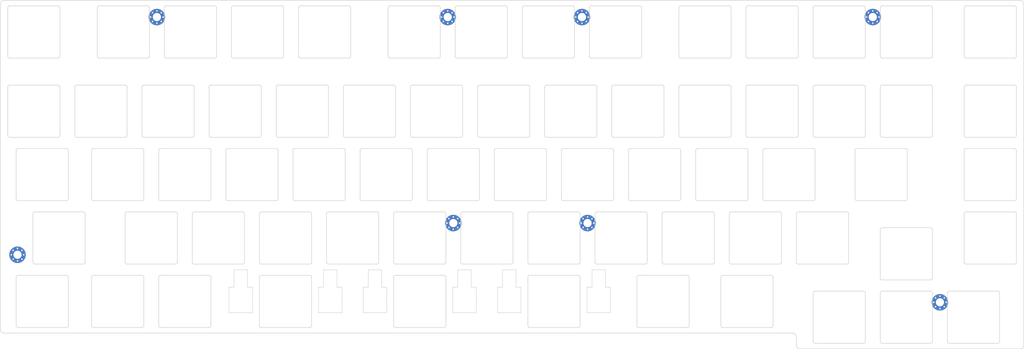
<source format=kicad_pcb>

            
(kicad_pcb (version 20171130) (host pcbnew 5.1.6)

  (page A3)
  (title_block
    (title switchplate)
    (rev v1.0.0)
    (company Unknown)
  )

  (general
    (thickness 1.6)
  )

  (layers
    (0 F.Cu signal)
    (31 B.Cu signal)
    (32 B.Adhes user)
    (33 F.Adhes user)
    (34 B.Paste user)
    (35 F.Paste user)
    (36 B.SilkS user)
    (37 F.SilkS user)
    (38 B.Mask user)
    (39 F.Mask user)
    (40 Dwgs.User user)
    (41 Cmts.User user)
    (42 Eco1.User user)
    (43 Eco2.User user)
    (44 Edge.Cuts user)
    (45 Margin user)
    (46 B.CrtYd user)
    (47 F.CrtYd user)
    (48 B.Fab user)
    (49 F.Fab user)
  )

  (setup
    (last_trace_width 0.25)
    (trace_clearance 0.2)
    (zone_clearance 0.508)
    (zone_45_only no)
    (trace_min 0.2)
    (via_size 0.8)
    (via_drill 0.4)
    (via_min_size 0.4)
    (via_min_drill 0.3)
    (uvia_size 0.3)
    (uvia_drill 0.1)
    (uvias_allowed no)
    (uvia_min_size 0.2)
    (uvia_min_drill 0.1)
    (edge_width 0.05)
    (segment_width 0.2)
    (pcb_text_width 0.3)
    (pcb_text_size 1.5 1.5)
    (mod_edge_width 0.12)
    (mod_text_size 1 1)
    (mod_text_width 0.15)
    (pad_size 1.524 1.524)
    (pad_drill 0.762)
    (pad_to_mask_clearance 0.05)
    (aux_axis_origin 0 0)
    (visible_elements FFFFFF7F)
    (pcbplotparams
      (layerselection 0x010fc_ffffffff)
      (usegerberextensions false)
      (usegerberattributes true)
      (usegerberadvancedattributes true)
      (creategerberjobfile true)
      (excludeedgelayer true)
      (linewidth 0.100000)
      (plotframeref false)
      (viasonmask false)
      (mode 1)
      (useauxorigin false)
      (hpglpennumber 1)
      (hpglpenspeed 20)
      (hpglpendiameter 15.000000)
      (psnegative false)
      (psa4output false)
      (plotreference true)
      (plotvalue true)
      (plotinvisibletext false)
      (padsonsilk false)
      (subtractmaskfromsilk false)
      (outputformat 1)
      (mirror false)
      (drillshape 1)
      (scaleselection 1)
      (outputdirectory ""))
  )

            (net 0 "")
            
  (net_class Default "This is the default net class."
    (clearance 0.2)
    (trace_width 0.25)
    (via_dia 0.8)
    (via_drill 0.4)
    (uvia_dia 0.3)
    (uvia_drill 0.1)
    (add_net "")
  )

            
        (module Choc-2u-cutout (layer F.Cu) (tedit 605ABF13)
          
        (at 142.5 172.25 720)
        (fp_line (start 10.2 -8.45) (end 13.8 -8.45) (layer Edge.Cuts) (width 0.12))
        (fp_line (start 13.8 -8.45) (end 13.8 -3.8) (layer Edge.Cuts) (width 0.12))
        (fp_line (start 10.2 -8.45) (end 10.2 -3.8) (layer Edge.Cuts) (width 0.12))
        (fp_line (start 13.8 -3.8) (end 15.15 -3.8) (layer Edge.Cuts) (width 0.12))
        (fp_line (start 8.85 -3.8) (end 10.2 -3.8) (layer Edge.Cuts) (width 0.12))
        (fp_line (start 8.85 3.05) (end 8.85 -3.8) (layer Edge.Cuts) (width 0.12))
        (fp_line (start 15.15 3.05) (end 15.15 -3.8) (layer Edge.Cuts) (width 0.12))
        (fp_line (start 8.85 3.05) (end 15.15 3.05) (layer Edge.Cuts) (width 0.12))
        (fp_line (start -13.8 -8.45) (end -10.2 -8.45) (layer Edge.Cuts) (width 0.12))
        (fp_line (start -10.2 -8.45) (end -10.2 -3.8) (layer Edge.Cuts) (width 0.12))
        (fp_line (start -13.8 -8.45) (end -13.8 -3.8) (layer Edge.Cuts) (width 0.12))
        (fp_line (start -10.2 -3.8) (end -8.85 -3.8) (layer Edge.Cuts) (width 0.12))
        (fp_line (start -15.15 -3.8) (end -13.8 -3.8) (layer Edge.Cuts) (width 0.12))
        (fp_line (start -15.15 3.05) (end -15.15 -3.8) (layer Edge.Cuts) (width 0.12))
        (fp_line (start -8.85 3.05) (end -8.85 -3.8) (layer Edge.Cuts) (width 0.12))
        (fp_line (start -15.15 3.05) (end -8.85 3.05) (layer Edge.Cuts) (width 0.12))
      )
    

        (module Choc-2u-cutout (layer F.Cu) (tedit 605ABF13)
          
        (at 178.5 172.25 720)
        (fp_line (start 10.2 -8.45) (end 13.8 -8.45) (layer Edge.Cuts) (width 0.12))
        (fp_line (start 13.8 -8.45) (end 13.8 -3.8) (layer Edge.Cuts) (width 0.12))
        (fp_line (start 10.2 -8.45) (end 10.2 -3.8) (layer Edge.Cuts) (width 0.12))
        (fp_line (start 13.8 -3.8) (end 15.15 -3.8) (layer Edge.Cuts) (width 0.12))
        (fp_line (start 8.85 -3.8) (end 10.2 -3.8) (layer Edge.Cuts) (width 0.12))
        (fp_line (start 8.85 3.05) (end 8.85 -3.8) (layer Edge.Cuts) (width 0.12))
        (fp_line (start 15.15 3.05) (end 15.15 -3.8) (layer Edge.Cuts) (width 0.12))
        (fp_line (start 8.85 3.05) (end 15.15 3.05) (layer Edge.Cuts) (width 0.12))
        (fp_line (start -13.8 -8.45) (end -10.2 -8.45) (layer Edge.Cuts) (width 0.12))
        (fp_line (start -10.2 -8.45) (end -10.2 -3.8) (layer Edge.Cuts) (width 0.12))
        (fp_line (start -13.8 -8.45) (end -13.8 -3.8) (layer Edge.Cuts) (width 0.12))
        (fp_line (start -10.2 -3.8) (end -8.85 -3.8) (layer Edge.Cuts) (width 0.12))
        (fp_line (start -15.15 -3.8) (end -13.8 -3.8) (layer Edge.Cuts) (width 0.12))
        (fp_line (start -15.15 3.05) (end -15.15 -3.8) (layer Edge.Cuts) (width 0.12))
        (fp_line (start -8.85 3.05) (end -8.85 -3.8) (layer Edge.Cuts) (width 0.12))
        (fp_line (start -15.15 3.05) (end -8.85 3.05) (layer Edge.Cuts) (width 0.12))
      )
    

        (module Choc-2u-cutout (layer F.Cu) (tedit 605ABF13)
          
        (at 214.5 172.25 720)
        (fp_line (start 10.2 -8.45) (end 13.8 -8.45) (layer Edge.Cuts) (width 0.12))
        (fp_line (start 13.8 -8.45) (end 13.8 -3.8) (layer Edge.Cuts) (width 0.12))
        (fp_line (start 10.2 -8.45) (end 10.2 -3.8) (layer Edge.Cuts) (width 0.12))
        (fp_line (start 13.8 -3.8) (end 15.15 -3.8) (layer Edge.Cuts) (width 0.12))
        (fp_line (start 8.85 -3.8) (end 10.2 -3.8) (layer Edge.Cuts) (width 0.12))
        (fp_line (start 8.85 3.05) (end 8.85 -3.8) (layer Edge.Cuts) (width 0.12))
        (fp_line (start 15.15 3.05) (end 15.15 -3.8) (layer Edge.Cuts) (width 0.12))
        (fp_line (start 8.85 3.05) (end 15.15 3.05) (layer Edge.Cuts) (width 0.12))
        (fp_line (start -13.8 -8.45) (end -10.2 -8.45) (layer Edge.Cuts) (width 0.12))
        (fp_line (start -10.2 -8.45) (end -10.2 -3.8) (layer Edge.Cuts) (width 0.12))
        (fp_line (start -13.8 -8.45) (end -13.8 -3.8) (layer Edge.Cuts) (width 0.12))
        (fp_line (start -10.2 -3.8) (end -8.85 -3.8) (layer Edge.Cuts) (width 0.12))
        (fp_line (start -15.15 -3.8) (end -13.8 -3.8) (layer Edge.Cuts) (width 0.12))
        (fp_line (start -15.15 3.05) (end -15.15 -3.8) (layer Edge.Cuts) (width 0.12))
        (fp_line (start -8.85 3.05) (end -8.85 -3.8) (layer Edge.Cuts) (width 0.12))
        (fp_line (start -15.15 3.05) (end -8.85 3.05) (layer Edge.Cuts) (width 0.12))
      )
    

    (module "MountingHole_2.2mm_M2_Pad_Via" (version 20210722) (generator pcbnew) (layer "F.Cu")
      (tedit 56DDB9C7)
      (at 108 96 630) 
    
      (fp_text reference "_1" (at 0 -3.2) (layer "F.SilkS") hide 
        (effects (font (size 1 1) (thickness 0.15)))
        (tstamp b68bb25c-687d-44b1-b966-dad4cac66b35)
      )
    
      (fp_circle (center 0 0) (end 2.45 0) (layer "F.CrtYd") (width 0.05) (fill none) (tstamp b2688462-c375-45d3-9095-3425fb17c88f))
      (pad "1" thru_hole circle locked (at 1.166726 1.166726) (size 0.7 0.7) (drill 0.4) (layers *.Cu *.Mask) (tstamp 2a7fc905-328f-4bbb-9222-ca8d15d03a86))
      (pad "1" thru_hole circle locked (at 0 0) (size 4.4 4.4) (drill 2.2) (layers *.Cu *.Mask) (tstamp 47ee1d53-0551-4b6d-bc24-3f3f14c73c36))
      (pad "1" thru_hole circle locked (at 0 1.65) (size 0.7 0.7) (drill 0.4) (layers *.Cu *.Mask) (tstamp 4eef65bc-4add-40d7-8319-14dcdbae0d44))
      (pad "1" thru_hole circle locked (at 1.166726 -1.166726) (size 0.7 0.7) (drill 0.4) (layers *.Cu *.Mask) (tstamp 56155f4d-2ebc-4ad4-8d82-7aa7846deba8))
      (pad "1" thru_hole circle locked (at -1.65 0) (size 0.7 0.7) (drill 0.4) (layers *.Cu *.Mask) (tstamp 787d6162-1d3c-4def-859e-6532ce27c1ef))
      (pad "1" thru_hole circle locked (at -1.166726 -1.166726) (size 0.7 0.7) (drill 0.4) (layers *.Cu *.Mask) (tstamp 8d699d12-7099-4814-bbe6-11bc74c6e8b2))
      (pad "1" thru_hole circle locked (at -1.166726 1.166726) (size 0.7 0.7) (drill 0.4) (layers *.Cu *.Mask) (tstamp 95ab0420-a56b-46ee-98ad-5072a1a93a6f))
      (pad "1" thru_hole circle locked (at 1.65 0) (size 0.7 0.7) (drill 0.4) (layers *.Cu *.Mask) (tstamp cde0acf2-b3b4-46de-9f6e-3ab519744000))
      (pad "1" thru_hole circle locked (at 0 -1.65) (size 0.7 0.7) (drill 0.4) (layers *.Cu *.Mask) (tstamp ff0de415-ae11-46fb-b780-c24aee621212))
    )

    (module "MountingHole_2.2mm_M2_Pad_Via" (version 20210722) (generator pcbnew) (layer "F.Cu")
      (tedit 56DDB9C7)
      (at 186 96 630) 
    
      (fp_text reference "_2" (at 0 -3.2) (layer "F.SilkS") hide 
        (effects (font (size 1 1) (thickness 0.15)))
        (tstamp b68bb25c-687d-44b1-b966-dad4cac66b35)
      )
    
      (fp_circle (center 0 0) (end 2.45 0) (layer "F.CrtYd") (width 0.05) (fill none) (tstamp b2688462-c375-45d3-9095-3425fb17c88f))
      (pad "1" thru_hole circle locked (at 1.166726 1.166726) (size 0.7 0.7) (drill 0.4) (layers *.Cu *.Mask) (tstamp 2a7fc905-328f-4bbb-9222-ca8d15d03a86))
      (pad "1" thru_hole circle locked (at 0 0) (size 4.4 4.4) (drill 2.2) (layers *.Cu *.Mask) (tstamp 47ee1d53-0551-4b6d-bc24-3f3f14c73c36))
      (pad "1" thru_hole circle locked (at 0 1.65) (size 0.7 0.7) (drill 0.4) (layers *.Cu *.Mask) (tstamp 4eef65bc-4add-40d7-8319-14dcdbae0d44))
      (pad "1" thru_hole circle locked (at 1.166726 -1.166726) (size 0.7 0.7) (drill 0.4) (layers *.Cu *.Mask) (tstamp 56155f4d-2ebc-4ad4-8d82-7aa7846deba8))
      (pad "1" thru_hole circle locked (at -1.65 0) (size 0.7 0.7) (drill 0.4) (layers *.Cu *.Mask) (tstamp 787d6162-1d3c-4def-859e-6532ce27c1ef))
      (pad "1" thru_hole circle locked (at -1.166726 -1.166726) (size 0.7 0.7) (drill 0.4) (layers *.Cu *.Mask) (tstamp 8d699d12-7099-4814-bbe6-11bc74c6e8b2))
      (pad "1" thru_hole circle locked (at -1.166726 1.166726) (size 0.7 0.7) (drill 0.4) (layers *.Cu *.Mask) (tstamp 95ab0420-a56b-46ee-98ad-5072a1a93a6f))
      (pad "1" thru_hole circle locked (at 1.65 0) (size 0.7 0.7) (drill 0.4) (layers *.Cu *.Mask) (tstamp cde0acf2-b3b4-46de-9f6e-3ab519744000))
      (pad "1" thru_hole circle locked (at 0 -1.65) (size 0.7 0.7) (drill 0.4) (layers *.Cu *.Mask) (tstamp ff0de415-ae11-46fb-b780-c24aee621212))
    )

    (module "MountingHole_2.2mm_M2_Pad_Via" (version 20210722) (generator pcbnew) (layer "F.Cu")
      (tedit 56DDB9C7)
      (at 222 96 630) 
    
      (fp_text reference "_3" (at 0 -3.2) (layer "F.SilkS") hide 
        (effects (font (size 1 1) (thickness 0.15)))
        (tstamp b68bb25c-687d-44b1-b966-dad4cac66b35)
      )
    
      (fp_circle (center 0 0) (end 2.45 0) (layer "F.CrtYd") (width 0.05) (fill none) (tstamp b2688462-c375-45d3-9095-3425fb17c88f))
      (pad "1" thru_hole circle locked (at 1.166726 1.166726) (size 0.7 0.7) (drill 0.4) (layers *.Cu *.Mask) (tstamp 2a7fc905-328f-4bbb-9222-ca8d15d03a86))
      (pad "1" thru_hole circle locked (at 0 0) (size 4.4 4.4) (drill 2.2) (layers *.Cu *.Mask) (tstamp 47ee1d53-0551-4b6d-bc24-3f3f14c73c36))
      (pad "1" thru_hole circle locked (at 0 1.65) (size 0.7 0.7) (drill 0.4) (layers *.Cu *.Mask) (tstamp 4eef65bc-4add-40d7-8319-14dcdbae0d44))
      (pad "1" thru_hole circle locked (at 1.166726 -1.166726) (size 0.7 0.7) (drill 0.4) (layers *.Cu *.Mask) (tstamp 56155f4d-2ebc-4ad4-8d82-7aa7846deba8))
      (pad "1" thru_hole circle locked (at -1.65 0) (size 0.7 0.7) (drill 0.4) (layers *.Cu *.Mask) (tstamp 787d6162-1d3c-4def-859e-6532ce27c1ef))
      (pad "1" thru_hole circle locked (at -1.166726 -1.166726) (size 0.7 0.7) (drill 0.4) (layers *.Cu *.Mask) (tstamp 8d699d12-7099-4814-bbe6-11bc74c6e8b2))
      (pad "1" thru_hole circle locked (at -1.166726 1.166726) (size 0.7 0.7) (drill 0.4) (layers *.Cu *.Mask) (tstamp 95ab0420-a56b-46ee-98ad-5072a1a93a6f))
      (pad "1" thru_hole circle locked (at 1.65 0) (size 0.7 0.7) (drill 0.4) (layers *.Cu *.Mask) (tstamp cde0acf2-b3b4-46de-9f6e-3ab519744000))
      (pad "1" thru_hole circle locked (at 0 -1.65) (size 0.7 0.7) (drill 0.4) (layers *.Cu *.Mask) (tstamp ff0de415-ae11-46fb-b780-c24aee621212))
    )

    (module "MountingHole_2.2mm_M2_Pad_Via" (version 20210722) (generator pcbnew) (layer "F.Cu")
      (tedit 56DDB9C7)
      (at 70.625 159.75 450) 
    
      (fp_text reference "_4" (at 0 -3.2) (layer "F.SilkS") hide 
        (effects (font (size 1 1) (thickness 0.15)))
        (tstamp b68bb25c-687d-44b1-b966-dad4cac66b35)
      )
    
      (fp_circle (center 0 0) (end 2.45 0) (layer "F.CrtYd") (width 0.05) (fill none) (tstamp b2688462-c375-45d3-9095-3425fb17c88f))
      (pad "1" thru_hole circle locked (at 1.166726 1.166726) (size 0.7 0.7) (drill 0.4) (layers *.Cu *.Mask) (tstamp 2a7fc905-328f-4bbb-9222-ca8d15d03a86))
      (pad "1" thru_hole circle locked (at 0 0) (size 4.4 4.4) (drill 2.2) (layers *.Cu *.Mask) (tstamp 47ee1d53-0551-4b6d-bc24-3f3f14c73c36))
      (pad "1" thru_hole circle locked (at 0 1.65) (size 0.7 0.7) (drill 0.4) (layers *.Cu *.Mask) (tstamp 4eef65bc-4add-40d7-8319-14dcdbae0d44))
      (pad "1" thru_hole circle locked (at 1.166726 -1.166726) (size 0.7 0.7) (drill 0.4) (layers *.Cu *.Mask) (tstamp 56155f4d-2ebc-4ad4-8d82-7aa7846deba8))
      (pad "1" thru_hole circle locked (at -1.65 0) (size 0.7 0.7) (drill 0.4) (layers *.Cu *.Mask) (tstamp 787d6162-1d3c-4def-859e-6532ce27c1ef))
      (pad "1" thru_hole circle locked (at -1.166726 -1.166726) (size 0.7 0.7) (drill 0.4) (layers *.Cu *.Mask) (tstamp 8d699d12-7099-4814-bbe6-11bc74c6e8b2))
      (pad "1" thru_hole circle locked (at -1.166726 1.166726) (size 0.7 0.7) (drill 0.4) (layers *.Cu *.Mask) (tstamp 95ab0420-a56b-46ee-98ad-5072a1a93a6f))
      (pad "1" thru_hole circle locked (at 1.65 0) (size 0.7 0.7) (drill 0.4) (layers *.Cu *.Mask) (tstamp cde0acf2-b3b4-46de-9f6e-3ab519744000))
      (pad "1" thru_hole circle locked (at 0 -1.65) (size 0.7 0.7) (drill 0.4) (layers *.Cu *.Mask) (tstamp ff0de415-ae11-46fb-b780-c24aee621212))
    )

    (module "MountingHole_2.2mm_M2_Pad_Via" (version 20210722) (generator pcbnew) (layer "F.Cu")
      (tedit 56DDB9C7)
      (at 187.5 151.25 630) 
    
      (fp_text reference "_5" (at 0 -3.2) (layer "F.SilkS") hide 
        (effects (font (size 1 1) (thickness 0.15)))
        (tstamp b68bb25c-687d-44b1-b966-dad4cac66b35)
      )
    
      (fp_circle (center 0 0) (end 2.45 0) (layer "F.CrtYd") (width 0.05) (fill none) (tstamp b2688462-c375-45d3-9095-3425fb17c88f))
      (pad "1" thru_hole circle locked (at 1.166726 1.166726) (size 0.7 0.7) (drill 0.4) (layers *.Cu *.Mask) (tstamp 2a7fc905-328f-4bbb-9222-ca8d15d03a86))
      (pad "1" thru_hole circle locked (at 0 0) (size 4.4 4.4) (drill 2.2) (layers *.Cu *.Mask) (tstamp 47ee1d53-0551-4b6d-bc24-3f3f14c73c36))
      (pad "1" thru_hole circle locked (at 0 1.65) (size 0.7 0.7) (drill 0.4) (layers *.Cu *.Mask) (tstamp 4eef65bc-4add-40d7-8319-14dcdbae0d44))
      (pad "1" thru_hole circle locked (at 1.166726 -1.166726) (size 0.7 0.7) (drill 0.4) (layers *.Cu *.Mask) (tstamp 56155f4d-2ebc-4ad4-8d82-7aa7846deba8))
      (pad "1" thru_hole circle locked (at -1.65 0) (size 0.7 0.7) (drill 0.4) (layers *.Cu *.Mask) (tstamp 787d6162-1d3c-4def-859e-6532ce27c1ef))
      (pad "1" thru_hole circle locked (at -1.166726 -1.166726) (size 0.7 0.7) (drill 0.4) (layers *.Cu *.Mask) (tstamp 8d699d12-7099-4814-bbe6-11bc74c6e8b2))
      (pad "1" thru_hole circle locked (at -1.166726 1.166726) (size 0.7 0.7) (drill 0.4) (layers *.Cu *.Mask) (tstamp 95ab0420-a56b-46ee-98ad-5072a1a93a6f))
      (pad "1" thru_hole circle locked (at 1.65 0) (size 0.7 0.7) (drill 0.4) (layers *.Cu *.Mask) (tstamp cde0acf2-b3b4-46de-9f6e-3ab519744000))
      (pad "1" thru_hole circle locked (at 0 -1.65) (size 0.7 0.7) (drill 0.4) (layers *.Cu *.Mask) (tstamp ff0de415-ae11-46fb-b780-c24aee621212))
    )

    (module "MountingHole_2.2mm_M2_Pad_Via" (version 20210722) (generator pcbnew) (layer "F.Cu")
      (tedit 56DDB9C7)
      (at 223.5 151.25 630) 
    
      (fp_text reference "_6" (at 0 -3.2) (layer "F.SilkS") hide 
        (effects (font (size 1 1) (thickness 0.15)))
        (tstamp b68bb25c-687d-44b1-b966-dad4cac66b35)
      )
    
      (fp_circle (center 0 0) (end 2.45 0) (layer "F.CrtYd") (width 0.05) (fill none) (tstamp b2688462-c375-45d3-9095-3425fb17c88f))
      (pad "1" thru_hole circle locked (at 1.166726 1.166726) (size 0.7 0.7) (drill 0.4) (layers *.Cu *.Mask) (tstamp 2a7fc905-328f-4bbb-9222-ca8d15d03a86))
      (pad "1" thru_hole circle locked (at 0 0) (size 4.4 4.4) (drill 2.2) (layers *.Cu *.Mask) (tstamp 47ee1d53-0551-4b6d-bc24-3f3f14c73c36))
      (pad "1" thru_hole circle locked (at 0 1.65) (size 0.7 0.7) (drill 0.4) (layers *.Cu *.Mask) (tstamp 4eef65bc-4add-40d7-8319-14dcdbae0d44))
      (pad "1" thru_hole circle locked (at 1.166726 -1.166726) (size 0.7 0.7) (drill 0.4) (layers *.Cu *.Mask) (tstamp 56155f4d-2ebc-4ad4-8d82-7aa7846deba8))
      (pad "1" thru_hole circle locked (at -1.65 0) (size 0.7 0.7) (drill 0.4) (layers *.Cu *.Mask) (tstamp 787d6162-1d3c-4def-859e-6532ce27c1ef))
      (pad "1" thru_hole circle locked (at -1.166726 -1.166726) (size 0.7 0.7) (drill 0.4) (layers *.Cu *.Mask) (tstamp 8d699d12-7099-4814-bbe6-11bc74c6e8b2))
      (pad "1" thru_hole circle locked (at -1.166726 1.166726) (size 0.7 0.7) (drill 0.4) (layers *.Cu *.Mask) (tstamp 95ab0420-a56b-46ee-98ad-5072a1a93a6f))
      (pad "1" thru_hole circle locked (at 1.65 0) (size 0.7 0.7) (drill 0.4) (layers *.Cu *.Mask) (tstamp cde0acf2-b3b4-46de-9f6e-3ab519744000))
      (pad "1" thru_hole circle locked (at 0 -1.65) (size 0.7 0.7) (drill 0.4) (layers *.Cu *.Mask) (tstamp ff0de415-ae11-46fb-b780-c24aee621212))
    )

    (module "MountingHole_2.2mm_M2_Pad_Via" (version 20210722) (generator pcbnew) (layer "F.Cu")
      (tedit 56DDB9C7)
      (at 300 96 630) 
    
      (fp_text reference "_7" (at 0 -3.2) (layer "F.SilkS") hide 
        (effects (font (size 1 1) (thickness 0.15)))
        (tstamp b68bb25c-687d-44b1-b966-dad4cac66b35)
      )
    
      (fp_circle (center 0 0) (end 2.45 0) (layer "F.CrtYd") (width 0.05) (fill none) (tstamp b2688462-c375-45d3-9095-3425fb17c88f))
      (pad "1" thru_hole circle locked (at 1.166726 1.166726) (size 0.7 0.7) (drill 0.4) (layers *.Cu *.Mask) (tstamp 2a7fc905-328f-4bbb-9222-ca8d15d03a86))
      (pad "1" thru_hole circle locked (at 0 0) (size 4.4 4.4) (drill 2.2) (layers *.Cu *.Mask) (tstamp 47ee1d53-0551-4b6d-bc24-3f3f14c73c36))
      (pad "1" thru_hole circle locked (at 0 1.65) (size 0.7 0.7) (drill 0.4) (layers *.Cu *.Mask) (tstamp 4eef65bc-4add-40d7-8319-14dcdbae0d44))
      (pad "1" thru_hole circle locked (at 1.166726 -1.166726) (size 0.7 0.7) (drill 0.4) (layers *.Cu *.Mask) (tstamp 56155f4d-2ebc-4ad4-8d82-7aa7846deba8))
      (pad "1" thru_hole circle locked (at -1.65 0) (size 0.7 0.7) (drill 0.4) (layers *.Cu *.Mask) (tstamp 787d6162-1d3c-4def-859e-6532ce27c1ef))
      (pad "1" thru_hole circle locked (at -1.166726 -1.166726) (size 0.7 0.7) (drill 0.4) (layers *.Cu *.Mask) (tstamp 8d699d12-7099-4814-bbe6-11bc74c6e8b2))
      (pad "1" thru_hole circle locked (at -1.166726 1.166726) (size 0.7 0.7) (drill 0.4) (layers *.Cu *.Mask) (tstamp 95ab0420-a56b-46ee-98ad-5072a1a93a6f))
      (pad "1" thru_hole circle locked (at 1.65 0) (size 0.7 0.7) (drill 0.4) (layers *.Cu *.Mask) (tstamp cde0acf2-b3b4-46de-9f6e-3ab519744000))
      (pad "1" thru_hole circle locked (at 0 -1.65) (size 0.7 0.7) (drill 0.4) (layers *.Cu *.Mask) (tstamp ff0de415-ae11-46fb-b780-c24aee621212))
    )

    (module "MountingHole_2.2mm_M2_Pad_Via" (version 20210722) (generator pcbnew) (layer "F.Cu")
      (tedit 56DDB9C7)
      (at 318 172.5 630) 
    
      (fp_text reference "_8" (at 0 -3.2) (layer "F.SilkS") hide 
        (effects (font (size 1 1) (thickness 0.15)))
        (tstamp b68bb25c-687d-44b1-b966-dad4cac66b35)
      )
    
      (fp_circle (center 0 0) (end 2.45 0) (layer "F.CrtYd") (width 0.05) (fill none) (tstamp b2688462-c375-45d3-9095-3425fb17c88f))
      (pad "1" thru_hole circle locked (at 1.166726 1.166726) (size 0.7 0.7) (drill 0.4) (layers *.Cu *.Mask) (tstamp 2a7fc905-328f-4bbb-9222-ca8d15d03a86))
      (pad "1" thru_hole circle locked (at 0 0) (size 4.4 4.4) (drill 2.2) (layers *.Cu *.Mask) (tstamp 47ee1d53-0551-4b6d-bc24-3f3f14c73c36))
      (pad "1" thru_hole circle locked (at 0 1.65) (size 0.7 0.7) (drill 0.4) (layers *.Cu *.Mask) (tstamp 4eef65bc-4add-40d7-8319-14dcdbae0d44))
      (pad "1" thru_hole circle locked (at 1.166726 -1.166726) (size 0.7 0.7) (drill 0.4) (layers *.Cu *.Mask) (tstamp 56155f4d-2ebc-4ad4-8d82-7aa7846deba8))
      (pad "1" thru_hole circle locked (at -1.65 0) (size 0.7 0.7) (drill 0.4) (layers *.Cu *.Mask) (tstamp 787d6162-1d3c-4def-859e-6532ce27c1ef))
      (pad "1" thru_hole circle locked (at -1.166726 -1.166726) (size 0.7 0.7) (drill 0.4) (layers *.Cu *.Mask) (tstamp 8d699d12-7099-4814-bbe6-11bc74c6e8b2))
      (pad "1" thru_hole circle locked (at -1.166726 1.166726) (size 0.7 0.7) (drill 0.4) (layers *.Cu *.Mask) (tstamp 95ab0420-a56b-46ee-98ad-5072a1a93a6f))
      (pad "1" thru_hole circle locked (at 1.65 0) (size 0.7 0.7) (drill 0.4) (layers *.Cu *.Mask) (tstamp cde0acf2-b3b4-46de-9f6e-3ab519744000))
      (pad "1" thru_hole circle locked (at 0 -1.65) (size 0.7 0.7) (drill 0.4) (layers *.Cu *.Mask) (tstamp ff0de415-ae11-46fb-b780-c24aee621212))
    )
            (gr_line (start 66 179.75) (end 66 92.5) (angle 90) (layer Edge.Cuts) (width 0.15))
(gr_line (start 67 91.5) (end 339.5 91.5) (angle 90) (layer Edge.Cuts) (width 0.15))
(gr_line (start 340.5 92.5) (end 340.5 184) (angle 90) (layer Edge.Cuts) (width 0.15))
(gr_line (start 339.5 185) (end 280.5 185) (angle 90) (layer Edge.Cuts) (width 0.15))
(gr_line (start 279.5 184) (end 279.5 181.75) (angle 90) (layer Edge.Cuts) (width 0.15))
(gr_line (start 278.5 180.75) (end 67 180.75) (angle 90) (layer Edge.Cuts) (width 0.15))
(gr_arc (start 67 92.5) (end 67 91.5) (angle -90) (layer Edge.Cuts) (width 0.15))
(gr_arc (start 339.5 92.5) (end 340.5 92.5) (angle -90) (layer Edge.Cuts) (width 0.15))
(gr_arc (start 339.5 184) (end 339.5 185) (angle -90) (layer Edge.Cuts) (width 0.15))
(gr_arc (start 280.5 184) (end 279.5 184) (angle -90) (layer Edge.Cuts) (width 0.15))
(gr_arc (start 278.5 181.75) (end 279.5 181.75) (angle -90) (layer Edge.Cuts) (width 0.15))
(gr_arc (start 67 179.75) (end 66 179.75) (angle -90) (layer Edge.Cuts) (width 0.15))
(gr_line (start 82 106.5) (end 82 93.5) (angle 90) (layer Edge.Cuts) (width 0.15))
(gr_line (start 81.5 93) (end 68.5 93) (angle 90) (layer Edge.Cuts) (width 0.15))
(gr_line (start 68 93.5) (end 68 106.5) (angle 90) (layer Edge.Cuts) (width 0.15))
(gr_line (start 68.5 107) (end 81.5 107) (angle 90) (layer Edge.Cuts) (width 0.15))
(gr_line (start 92 93.5) (end 92 106.5) (angle 90) (layer Edge.Cuts) (width 0.15))
(gr_line (start 92.5 107) (end 105.5 107) (angle 90) (layer Edge.Cuts) (width 0.15))
(gr_line (start 106 106.5) (end 106 93.5) (angle 90) (layer Edge.Cuts) (width 0.15))
(gr_line (start 105.5 93) (end 92.5 93) (angle 90) (layer Edge.Cuts) (width 0.15))
(gr_line (start 110 93.5) (end 110 106.5) (angle 90) (layer Edge.Cuts) (width 0.15))
(gr_line (start 110.5 107) (end 123.5 107) (angle 90) (layer Edge.Cuts) (width 0.15))
(gr_line (start 124 106.5) (end 124 93.5) (angle 90) (layer Edge.Cuts) (width 0.15))
(gr_line (start 123.5 93) (end 110.5 93) (angle 90) (layer Edge.Cuts) (width 0.15))
(gr_line (start 128 93.5) (end 128 106.5) (angle 90) (layer Edge.Cuts) (width 0.15))
(gr_line (start 128.5 107) (end 141.5 107) (angle 90) (layer Edge.Cuts) (width 0.15))
(gr_line (start 142 106.5) (end 142 93.5) (angle 90) (layer Edge.Cuts) (width 0.15))
(gr_line (start 141.5 93) (end 128.5 93) (angle 90) (layer Edge.Cuts) (width 0.15))
(gr_line (start 146 93.5) (end 146 106.5) (angle 90) (layer Edge.Cuts) (width 0.15))
(gr_line (start 146.5 107) (end 159.5 107) (angle 90) (layer Edge.Cuts) (width 0.15))
(gr_line (start 160 106.5) (end 160 93.5) (angle 90) (layer Edge.Cuts) (width 0.15))
(gr_line (start 159.5 93) (end 146.5 93) (angle 90) (layer Edge.Cuts) (width 0.15))
(gr_line (start 170 93.5) (end 170 106.5) (angle 90) (layer Edge.Cuts) (width 0.15))
(gr_line (start 170.5 107) (end 183.5 107) (angle 90) (layer Edge.Cuts) (width 0.15))
(gr_line (start 184 106.5) (end 184 93.5) (angle 90) (layer Edge.Cuts) (width 0.15))
(gr_line (start 183.5 93) (end 170.5 93) (angle 90) (layer Edge.Cuts) (width 0.15))
(gr_line (start 188 93.5) (end 188 106.5) (angle 90) (layer Edge.Cuts) (width 0.15))
(gr_line (start 188.5 107) (end 201.5 107) (angle 90) (layer Edge.Cuts) (width 0.15))
(gr_line (start 202 106.5) (end 202 93.5) (angle 90) (layer Edge.Cuts) (width 0.15))
(gr_line (start 201.5 93) (end 188.5 93) (angle 90) (layer Edge.Cuts) (width 0.15))
(gr_line (start 206 93.5) (end 206 106.5) (angle 90) (layer Edge.Cuts) (width 0.15))
(gr_line (start 206.5 107) (end 219.5 107) (angle 90) (layer Edge.Cuts) (width 0.15))
(gr_line (start 220 106.5) (end 220 93.5) (angle 90) (layer Edge.Cuts) (width 0.15))
(gr_line (start 219.5 93) (end 206.5 93) (angle 90) (layer Edge.Cuts) (width 0.15))
(gr_line (start 224 93.5) (end 224 106.5) (angle 90) (layer Edge.Cuts) (width 0.15))
(gr_line (start 224.5 107) (end 237.5 107) (angle 90) (layer Edge.Cuts) (width 0.15))
(gr_line (start 238 106.5) (end 238 93.5) (angle 90) (layer Edge.Cuts) (width 0.15))
(gr_line (start 237.5 93) (end 224.5 93) (angle 90) (layer Edge.Cuts) (width 0.15))
(gr_line (start 248 93.5) (end 248 106.5) (angle 90) (layer Edge.Cuts) (width 0.15))
(gr_line (start 248.5 107) (end 261.5 107) (angle 90) (layer Edge.Cuts) (width 0.15))
(gr_line (start 262 106.5) (end 262 93.5) (angle 90) (layer Edge.Cuts) (width 0.15))
(gr_line (start 261.5 93) (end 248.5 93) (angle 90) (layer Edge.Cuts) (width 0.15))
(gr_line (start 266 93.5) (end 266 106.5) (angle 90) (layer Edge.Cuts) (width 0.15))
(gr_line (start 266.5 107) (end 279.5 107) (angle 90) (layer Edge.Cuts) (width 0.15))
(gr_line (start 280 106.5) (end 280 93.5) (angle 90) (layer Edge.Cuts) (width 0.15))
(gr_line (start 279.5 93) (end 266.5 93) (angle 90) (layer Edge.Cuts) (width 0.15))
(gr_line (start 284 93.5) (end 284 106.5) (angle 90) (layer Edge.Cuts) (width 0.15))
(gr_line (start 284.5 107) (end 297.5 107) (angle 90) (layer Edge.Cuts) (width 0.15))
(gr_line (start 298 106.5) (end 298 93.5) (angle 90) (layer Edge.Cuts) (width 0.15))
(gr_line (start 297.5 93) (end 284.5 93) (angle 90) (layer Edge.Cuts) (width 0.15))
(gr_line (start 302 93.5) (end 302 106.5) (angle 90) (layer Edge.Cuts) (width 0.15))
(gr_line (start 302.5 107) (end 315.5 107) (angle 90) (layer Edge.Cuts) (width 0.15))
(gr_line (start 316 106.5) (end 316 93.5) (angle 90) (layer Edge.Cuts) (width 0.15))
(gr_line (start 315.5 93) (end 302.5 93) (angle 90) (layer Edge.Cuts) (width 0.15))
(gr_line (start 324.5 93.5) (end 324.5 106.5) (angle 90) (layer Edge.Cuts) (width 0.15))
(gr_line (start 325 107) (end 338 107) (angle 90) (layer Edge.Cuts) (width 0.15))
(gr_line (start 338.5 106.5) (end 338.5 93.5) (angle 90) (layer Edge.Cuts) (width 0.15))
(gr_line (start 338 93) (end 325 93) (angle 90) (layer Edge.Cuts) (width 0.15))
(gr_line (start 82 127.75) (end 82 114.75) (angle 90) (layer Edge.Cuts) (width 0.15))
(gr_line (start 81.5 114.25) (end 68.5 114.25) (angle 90) (layer Edge.Cuts) (width 0.15))
(gr_line (start 68 114.75) (end 68 127.75) (angle 90) (layer Edge.Cuts) (width 0.15))
(gr_line (start 68.5 128.25) (end 81.5 128.25) (angle 90) (layer Edge.Cuts) (width 0.15))
(gr_line (start 86 114.75) (end 86 127.75) (angle 90) (layer Edge.Cuts) (width 0.15))
(gr_line (start 86.5 128.25) (end 99.5 128.25) (angle 90) (layer Edge.Cuts) (width 0.15))
(gr_line (start 100 127.75) (end 100 114.75) (angle 90) (layer Edge.Cuts) (width 0.15))
(gr_line (start 99.5 114.25) (end 86.5 114.25) (angle 90) (layer Edge.Cuts) (width 0.15))
(gr_line (start 104 114.75) (end 104 127.75) (angle 90) (layer Edge.Cuts) (width 0.15))
(gr_line (start 104.5 128.25) (end 117.5 128.25) (angle 90) (layer Edge.Cuts) (width 0.15))
(gr_line (start 118 127.75) (end 118 114.75) (angle 90) (layer Edge.Cuts) (width 0.15))
(gr_line (start 117.5 114.25) (end 104.5 114.25) (angle 90) (layer Edge.Cuts) (width 0.15))
(gr_line (start 122 114.75) (end 122 127.75) (angle 90) (layer Edge.Cuts) (width 0.15))
(gr_line (start 122.5 128.25) (end 135.5 128.25) (angle 90) (layer Edge.Cuts) (width 0.15))
(gr_line (start 136 127.75) (end 136 114.75) (angle 90) (layer Edge.Cuts) (width 0.15))
(gr_line (start 135.5 114.25) (end 122.5 114.25) (angle 90) (layer Edge.Cuts) (width 0.15))
(gr_line (start 140 114.75) (end 140 127.75) (angle 90) (layer Edge.Cuts) (width 0.15))
(gr_line (start 140.5 128.25) (end 153.5 128.25) (angle 90) (layer Edge.Cuts) (width 0.15))
(gr_line (start 154 127.75) (end 154 114.75) (angle 90) (layer Edge.Cuts) (width 0.15))
(gr_line (start 153.5 114.25) (end 140.5 114.25) (angle 90) (layer Edge.Cuts) (width 0.15))
(gr_line (start 158 114.75) (end 158 127.75) (angle 90) (layer Edge.Cuts) (width 0.15))
(gr_line (start 158.5 128.25) (end 171.5 128.25) (angle 90) (layer Edge.Cuts) (width 0.15))
(gr_line (start 172 127.75) (end 172 114.75) (angle 90) (layer Edge.Cuts) (width 0.15))
(gr_line (start 171.5 114.25) (end 158.5 114.25) (angle 90) (layer Edge.Cuts) (width 0.15))
(gr_line (start 176 114.75) (end 176 127.75) (angle 90) (layer Edge.Cuts) (width 0.15))
(gr_line (start 176.5 128.25) (end 189.5 128.25) (angle 90) (layer Edge.Cuts) (width 0.15))
(gr_line (start 190 127.75) (end 190 114.75) (angle 90) (layer Edge.Cuts) (width 0.15))
(gr_line (start 189.5 114.25) (end 176.5 114.25) (angle 90) (layer Edge.Cuts) (width 0.15))
(gr_line (start 194 114.75) (end 194 127.75) (angle 90) (layer Edge.Cuts) (width 0.15))
(gr_line (start 194.5 128.25) (end 207.5 128.25) (angle 90) (layer Edge.Cuts) (width 0.15))
(gr_line (start 208 127.75) (end 208 114.75) (angle 90) (layer Edge.Cuts) (width 0.15))
(gr_line (start 207.5 114.25) (end 194.5 114.25) (angle 90) (layer Edge.Cuts) (width 0.15))
(gr_line (start 212 114.75) (end 212 127.75) (angle 90) (layer Edge.Cuts) (width 0.15))
(gr_line (start 212.5 128.25) (end 225.5 128.25) (angle 90) (layer Edge.Cuts) (width 0.15))
(gr_line (start 226 127.75) (end 226 114.75) (angle 90) (layer Edge.Cuts) (width 0.15))
(gr_line (start 225.5 114.25) (end 212.5 114.25) (angle 90) (layer Edge.Cuts) (width 0.15))
(gr_line (start 230 114.75) (end 230 127.75) (angle 90) (layer Edge.Cuts) (width 0.15))
(gr_line (start 230.5 128.25) (end 243.5 128.25) (angle 90) (layer Edge.Cuts) (width 0.15))
(gr_line (start 244 127.75) (end 244 114.75) (angle 90) (layer Edge.Cuts) (width 0.15))
(gr_line (start 243.5 114.25) (end 230.5 114.25) (angle 90) (layer Edge.Cuts) (width 0.15))
(gr_line (start 248 114.75) (end 248 127.75) (angle 90) (layer Edge.Cuts) (width 0.15))
(gr_line (start 248.5 128.25) (end 261.5 128.25) (angle 90) (layer Edge.Cuts) (width 0.15))
(gr_line (start 262 127.75) (end 262 114.75) (angle 90) (layer Edge.Cuts) (width 0.15))
(gr_line (start 261.5 114.25) (end 248.5 114.25) (angle 90) (layer Edge.Cuts) (width 0.15))
(gr_line (start 266 114.75) (end 266 127.75) (angle 90) (layer Edge.Cuts) (width 0.15))
(gr_line (start 266.5 128.25) (end 279.5 128.25) (angle 90) (layer Edge.Cuts) (width 0.15))
(gr_line (start 280 127.75) (end 280 114.75) (angle 90) (layer Edge.Cuts) (width 0.15))
(gr_line (start 279.5 114.25) (end 266.5 114.25) (angle 90) (layer Edge.Cuts) (width 0.15))
(gr_line (start 284 114.75) (end 284 127.75) (angle 90) (layer Edge.Cuts) (width 0.15))
(gr_line (start 284.5 128.25) (end 297.5 128.25) (angle 90) (layer Edge.Cuts) (width 0.15))
(gr_line (start 298 127.75) (end 298 114.75) (angle 90) (layer Edge.Cuts) (width 0.15))
(gr_line (start 297.5 114.25) (end 284.5 114.25) (angle 90) (layer Edge.Cuts) (width 0.15))
(gr_line (start 302 114.75) (end 302 127.75) (angle 90) (layer Edge.Cuts) (width 0.15))
(gr_line (start 302.5 128.25) (end 315.5 128.25) (angle 90) (layer Edge.Cuts) (width 0.15))
(gr_line (start 316 127.75) (end 316 114.75) (angle 90) (layer Edge.Cuts) (width 0.15))
(gr_line (start 315.5 114.25) (end 302.5 114.25) (angle 90) (layer Edge.Cuts) (width 0.15))
(gr_line (start 324.5 114.75) (end 324.5 127.75) (angle 90) (layer Edge.Cuts) (width 0.15))
(gr_line (start 325 128.25) (end 338 128.25) (angle 90) (layer Edge.Cuts) (width 0.15))
(gr_line (start 338.5 127.75) (end 338.5 114.75) (angle 90) (layer Edge.Cuts) (width 0.15))
(gr_line (start 338 114.25) (end 325 114.25) (angle 90) (layer Edge.Cuts) (width 0.15))
(gr_line (start 84.25 144.75) (end 84.25 131.75) (angle 90) (layer Edge.Cuts) (width 0.15))
(gr_line (start 83.75 131.25) (end 70.75 131.25) (angle 90) (layer Edge.Cuts) (width 0.15))
(gr_line (start 70.25 131.75) (end 70.25 144.75) (angle 90) (layer Edge.Cuts) (width 0.15))
(gr_line (start 70.75 145.25) (end 83.75 145.25) (angle 90) (layer Edge.Cuts) (width 0.15))
(gr_line (start 90.5 131.75) (end 90.5 144.75) (angle 90) (layer Edge.Cuts) (width 0.15))
(gr_line (start 91 145.25) (end 104 145.25) (angle 90) (layer Edge.Cuts) (width 0.15))
(gr_line (start 104.5 144.75) (end 104.5 131.75) (angle 90) (layer Edge.Cuts) (width 0.15))
(gr_line (start 104 131.25) (end 91 131.25) (angle 90) (layer Edge.Cuts) (width 0.15))
(gr_line (start 108.5 131.75) (end 108.5 144.75) (angle 90) (layer Edge.Cuts) (width 0.15))
(gr_line (start 109 145.25) (end 122 145.25) (angle 90) (layer Edge.Cuts) (width 0.15))
(gr_line (start 122.5 144.75) (end 122.5 131.75) (angle 90) (layer Edge.Cuts) (width 0.15))
(gr_line (start 122 131.25) (end 109 131.25) (angle 90) (layer Edge.Cuts) (width 0.15))
(gr_line (start 126.5 131.75) (end 126.5 144.75) (angle 90) (layer Edge.Cuts) (width 0.15))
(gr_line (start 127 145.25) (end 140 145.25) (angle 90) (layer Edge.Cuts) (width 0.15))
(gr_line (start 140.5 144.75) (end 140.5 131.75) (angle 90) (layer Edge.Cuts) (width 0.15))
(gr_line (start 140 131.25) (end 127 131.25) (angle 90) (layer Edge.Cuts) (width 0.15))
(gr_line (start 144.5 131.75) (end 144.5 144.75) (angle 90) (layer Edge.Cuts) (width 0.15))
(gr_line (start 145 145.25) (end 158 145.25) (angle 90) (layer Edge.Cuts) (width 0.15))
(gr_line (start 158.5 144.75) (end 158.5 131.75) (angle 90) (layer Edge.Cuts) (width 0.15))
(gr_line (start 158 131.25) (end 145 131.25) (angle 90) (layer Edge.Cuts) (width 0.15))
(gr_line (start 162.5 131.75) (end 162.5 144.75) (angle 90) (layer Edge.Cuts) (width 0.15))
(gr_line (start 163 145.25) (end 176 145.25) (angle 90) (layer Edge.Cuts) (width 0.15))
(gr_line (start 176.5 144.75) (end 176.5 131.75) (angle 90) (layer Edge.Cuts) (width 0.15))
(gr_line (start 176 131.25) (end 163 131.25) (angle 90) (layer Edge.Cuts) (width 0.15))
(gr_line (start 180.5 131.75) (end 180.5 144.75) (angle 90) (layer Edge.Cuts) (width 0.15))
(gr_line (start 181 145.25) (end 194 145.25) (angle 90) (layer Edge.Cuts) (width 0.15))
(gr_line (start 194.5 144.75) (end 194.5 131.75) (angle 90) (layer Edge.Cuts) (width 0.15))
(gr_line (start 194 131.25) (end 181 131.25) (angle 90) (layer Edge.Cuts) (width 0.15))
(gr_line (start 198.5 131.75) (end 198.5 144.75) (angle 90) (layer Edge.Cuts) (width 0.15))
(gr_line (start 199 145.25) (end 212 145.25) (angle 90) (layer Edge.Cuts) (width 0.15))
(gr_line (start 212.5 144.75) (end 212.5 131.75) (angle 90) (layer Edge.Cuts) (width 0.15))
(gr_line (start 212 131.25) (end 199 131.25) (angle 90) (layer Edge.Cuts) (width 0.15))
(gr_line (start 216.5 131.75) (end 216.5 144.75) (angle 90) (layer Edge.Cuts) (width 0.15))
(gr_line (start 217 145.25) (end 230 145.25) (angle 90) (layer Edge.Cuts) (width 0.15))
(gr_line (start 230.5 144.75) (end 230.5 131.75) (angle 90) (layer Edge.Cuts) (width 0.15))
(gr_line (start 230 131.25) (end 217 131.25) (angle 90) (layer Edge.Cuts) (width 0.15))
(gr_line (start 234.5 131.75) (end 234.5 144.75) (angle 90) (layer Edge.Cuts) (width 0.15))
(gr_line (start 235 145.25) (end 248 145.25) (angle 90) (layer Edge.Cuts) (width 0.15))
(gr_line (start 248.5 144.75) (end 248.5 131.75) (angle 90) (layer Edge.Cuts) (width 0.15))
(gr_line (start 248 131.25) (end 235 131.25) (angle 90) (layer Edge.Cuts) (width 0.15))
(gr_line (start 252.5 131.75) (end 252.5 144.75) (angle 90) (layer Edge.Cuts) (width 0.15))
(gr_line (start 253 145.25) (end 266 145.25) (angle 90) (layer Edge.Cuts) (width 0.15))
(gr_line (start 266.5 144.75) (end 266.5 131.75) (angle 90) (layer Edge.Cuts) (width 0.15))
(gr_line (start 266 131.25) (end 253 131.25) (angle 90) (layer Edge.Cuts) (width 0.15))
(gr_line (start 270.5 131.75) (end 270.5 144.75) (angle 90) (layer Edge.Cuts) (width 0.15))
(gr_line (start 271 145.25) (end 284 145.25) (angle 90) (layer Edge.Cuts) (width 0.15))
(gr_line (start 284.5 144.75) (end 284.5 131.75) (angle 90) (layer Edge.Cuts) (width 0.15))
(gr_line (start 284 131.25) (end 271 131.25) (angle 90) (layer Edge.Cuts) (width 0.15))
(gr_line (start 295.25 131.75) (end 295.25 144.75) (angle 90) (layer Edge.Cuts) (width 0.15))
(gr_line (start 295.75 145.25) (end 308.75 145.25) (angle 90) (layer Edge.Cuts) (width 0.15))
(gr_line (start 309.25 144.75) (end 309.25 131.75) (angle 90) (layer Edge.Cuts) (width 0.15))
(gr_line (start 308.75 131.25) (end 295.75 131.25) (angle 90) (layer Edge.Cuts) (width 0.15))
(gr_line (start 324.5 131.75) (end 324.5 144.75) (angle 90) (layer Edge.Cuts) (width 0.15))
(gr_line (start 325 145.25) (end 338 145.25) (angle 90) (layer Edge.Cuts) (width 0.15))
(gr_line (start 338.5 144.75) (end 338.5 131.75) (angle 90) (layer Edge.Cuts) (width 0.15))
(gr_line (start 338 131.25) (end 325 131.25) (angle 90) (layer Edge.Cuts) (width 0.15))
(gr_line (start 88.75 161.75) (end 88.75 148.75) (angle 90) (layer Edge.Cuts) (width 0.15))
(gr_line (start 88.25 148.25) (end 75.25 148.25) (angle 90) (layer Edge.Cuts) (width 0.15))
(gr_line (start 74.75 148.75) (end 74.75 161.75) (angle 90) (layer Edge.Cuts) (width 0.15))
(gr_line (start 75.25 162.25) (end 88.25 162.25) (angle 90) (layer Edge.Cuts) (width 0.15))
(gr_line (start 99.5 148.75) (end 99.5 161.75) (angle 90) (layer Edge.Cuts) (width 0.15))
(gr_line (start 100 162.25) (end 113 162.25) (angle 90) (layer Edge.Cuts) (width 0.15))
(gr_line (start 113.5 161.75) (end 113.5 148.75) (angle 90) (layer Edge.Cuts) (width 0.15))
(gr_line (start 113 148.25) (end 100 148.25) (angle 90) (layer Edge.Cuts) (width 0.15))
(gr_line (start 117.5 148.75) (end 117.5 161.75) (angle 90) (layer Edge.Cuts) (width 0.15))
(gr_line (start 118 162.25) (end 131 162.25) (angle 90) (layer Edge.Cuts) (width 0.15))
(gr_line (start 131.5 161.75) (end 131.5 148.75) (angle 90) (layer Edge.Cuts) (width 0.15))
(gr_line (start 131 148.25) (end 118 148.25) (angle 90) (layer Edge.Cuts) (width 0.15))
(gr_line (start 135.5 148.75) (end 135.5 161.75) (angle 90) (layer Edge.Cuts) (width 0.15))
(gr_line (start 136 162.25) (end 149 162.25) (angle 90) (layer Edge.Cuts) (width 0.15))
(gr_line (start 149.5 161.75) (end 149.5 148.75) (angle 90) (layer Edge.Cuts) (width 0.15))
(gr_line (start 149 148.25) (end 136 148.25) (angle 90) (layer Edge.Cuts) (width 0.15))
(gr_line (start 153.5 148.75) (end 153.5 161.75) (angle 90) (layer Edge.Cuts) (width 0.15))
(gr_line (start 154 162.25) (end 167 162.25) (angle 90) (layer Edge.Cuts) (width 0.15))
(gr_line (start 167.5 161.75) (end 167.5 148.75) (angle 90) (layer Edge.Cuts) (width 0.15))
(gr_line (start 167 148.25) (end 154 148.25) (angle 90) (layer Edge.Cuts) (width 0.15))
(gr_line (start 171.5 148.75) (end 171.5 161.75) (angle 90) (layer Edge.Cuts) (width 0.15))
(gr_line (start 172 162.25) (end 185 162.25) (angle 90) (layer Edge.Cuts) (width 0.15))
(gr_line (start 185.5 161.75) (end 185.5 148.75) (angle 90) (layer Edge.Cuts) (width 0.15))
(gr_line (start 185 148.25) (end 172 148.25) (angle 90) (layer Edge.Cuts) (width 0.15))
(gr_line (start 189.5 148.75) (end 189.5 161.75) (angle 90) (layer Edge.Cuts) (width 0.15))
(gr_line (start 190 162.25) (end 203 162.25) (angle 90) (layer Edge.Cuts) (width 0.15))
(gr_line (start 203.5 161.75) (end 203.5 148.75) (angle 90) (layer Edge.Cuts) (width 0.15))
(gr_line (start 203 148.25) (end 190 148.25) (angle 90) (layer Edge.Cuts) (width 0.15))
(gr_line (start 207.5 148.75) (end 207.5 161.75) (angle 90) (layer Edge.Cuts) (width 0.15))
(gr_line (start 208 162.25) (end 221 162.25) (angle 90) (layer Edge.Cuts) (width 0.15))
(gr_line (start 221.5 161.75) (end 221.5 148.75) (angle 90) (layer Edge.Cuts) (width 0.15))
(gr_line (start 221 148.25) (end 208 148.25) (angle 90) (layer Edge.Cuts) (width 0.15))
(gr_line (start 225.5 148.75) (end 225.5 161.75) (angle 90) (layer Edge.Cuts) (width 0.15))
(gr_line (start 226 162.25) (end 239 162.25) (angle 90) (layer Edge.Cuts) (width 0.15))
(gr_line (start 239.5 161.75) (end 239.5 148.75) (angle 90) (layer Edge.Cuts) (width 0.15))
(gr_line (start 239 148.25) (end 226 148.25) (angle 90) (layer Edge.Cuts) (width 0.15))
(gr_line (start 243.5 148.75) (end 243.5 161.75) (angle 90) (layer Edge.Cuts) (width 0.15))
(gr_line (start 244 162.25) (end 257 162.25) (angle 90) (layer Edge.Cuts) (width 0.15))
(gr_line (start 257.5 161.75) (end 257.5 148.75) (angle 90) (layer Edge.Cuts) (width 0.15))
(gr_line (start 257 148.25) (end 244 148.25) (angle 90) (layer Edge.Cuts) (width 0.15))
(gr_line (start 261.5 148.75) (end 261.5 161.75) (angle 90) (layer Edge.Cuts) (width 0.15))
(gr_line (start 262 162.25) (end 275 162.25) (angle 90) (layer Edge.Cuts) (width 0.15))
(gr_line (start 275.5 161.75) (end 275.5 148.75) (angle 90) (layer Edge.Cuts) (width 0.15))
(gr_line (start 275 148.25) (end 262 148.25) (angle 90) (layer Edge.Cuts) (width 0.15))
(gr_line (start 279.5 148.75) (end 279.5 161.75) (angle 90) (layer Edge.Cuts) (width 0.15))
(gr_line (start 280 162.25) (end 293 162.25) (angle 90) (layer Edge.Cuts) (width 0.15))
(gr_line (start 293.5 161.75) (end 293.5 148.75) (angle 90) (layer Edge.Cuts) (width 0.15))
(gr_line (start 293 148.25) (end 280 148.25) (angle 90) (layer Edge.Cuts) (width 0.15))
(gr_line (start 302 153) (end 302 166) (angle 90) (layer Edge.Cuts) (width 0.15))
(gr_line (start 302.5 166.5) (end 315.5 166.5) (angle 90) (layer Edge.Cuts) (width 0.15))
(gr_line (start 316 166) (end 316 153) (angle 90) (layer Edge.Cuts) (width 0.15))
(gr_line (start 315.5 152.5) (end 302.5 152.5) (angle 90) (layer Edge.Cuts) (width 0.15))
(gr_line (start 324.5 148.75) (end 324.5 161.75) (angle 90) (layer Edge.Cuts) (width 0.15))
(gr_line (start 325 162.25) (end 338 162.25) (angle 90) (layer Edge.Cuts) (width 0.15))
(gr_line (start 338.5 161.75) (end 338.5 148.75) (angle 90) (layer Edge.Cuts) (width 0.15))
(gr_line (start 338 148.25) (end 325 148.25) (angle 90) (layer Edge.Cuts) (width 0.15))
(gr_line (start 84.25 178.75) (end 84.25 165.75) (angle 90) (layer Edge.Cuts) (width 0.15))
(gr_line (start 83.75 165.25) (end 70.75 165.25) (angle 90) (layer Edge.Cuts) (width 0.15))
(gr_line (start 70.25 165.75) (end 70.25 178.75) (angle 90) (layer Edge.Cuts) (width 0.15))
(gr_line (start 70.75 179.25) (end 83.75 179.25) (angle 90) (layer Edge.Cuts) (width 0.15))
(gr_line (start 90.5 165.75) (end 90.5 178.75) (angle 90) (layer Edge.Cuts) (width 0.15))
(gr_line (start 91 179.25) (end 104 179.25) (angle 90) (layer Edge.Cuts) (width 0.15))
(gr_line (start 104.5 178.75) (end 104.5 165.75) (angle 90) (layer Edge.Cuts) (width 0.15))
(gr_line (start 104 165.25) (end 91 165.25) (angle 90) (layer Edge.Cuts) (width 0.15))
(gr_line (start 108.5 165.75) (end 108.5 178.75) (angle 90) (layer Edge.Cuts) (width 0.15))
(gr_line (start 109 179.25) (end 122 179.25) (angle 90) (layer Edge.Cuts) (width 0.15))
(gr_line (start 122.5 178.75) (end 122.5 165.75) (angle 90) (layer Edge.Cuts) (width 0.15))
(gr_line (start 122 165.25) (end 109 165.25) (angle 90) (layer Edge.Cuts) (width 0.15))
(gr_line (start 135.5 165.75) (end 135.5 178.75) (angle 90) (layer Edge.Cuts) (width 0.15))
(gr_line (start 136 179.25) (end 149 179.25) (angle 90) (layer Edge.Cuts) (width 0.15))
(gr_line (start 149.5 178.75) (end 149.5 165.75) (angle 90) (layer Edge.Cuts) (width 0.15))
(gr_line (start 149 165.25) (end 136 165.25) (angle 90) (layer Edge.Cuts) (width 0.15))
(gr_line (start 171.5 165.75) (end 171.5 178.75) (angle 90) (layer Edge.Cuts) (width 0.15))
(gr_line (start 172 179.25) (end 185 179.25) (angle 90) (layer Edge.Cuts) (width 0.15))
(gr_line (start 185.5 178.75) (end 185.5 165.75) (angle 90) (layer Edge.Cuts) (width 0.15))
(gr_line (start 185 165.25) (end 172 165.25) (angle 90) (layer Edge.Cuts) (width 0.15))
(gr_line (start 207.5 165.75) (end 207.5 178.75) (angle 90) (layer Edge.Cuts) (width 0.15))
(gr_line (start 208 179.25) (end 221 179.25) (angle 90) (layer Edge.Cuts) (width 0.15))
(gr_line (start 221.5 178.75) (end 221.5 165.75) (angle 90) (layer Edge.Cuts) (width 0.15))
(gr_line (start 221 165.25) (end 208 165.25) (angle 90) (layer Edge.Cuts) (width 0.15))
(gr_line (start 236.75 165.75) (end 236.75 178.75) (angle 90) (layer Edge.Cuts) (width 0.15))
(gr_line (start 237.25 179.25) (end 250.25 179.25) (angle 90) (layer Edge.Cuts) (width 0.15))
(gr_line (start 250.75 178.75) (end 250.75 165.75) (angle 90) (layer Edge.Cuts) (width 0.15))
(gr_line (start 250.25 165.25) (end 237.25 165.25) (angle 90) (layer Edge.Cuts) (width 0.15))
(gr_line (start 259.25 165.75) (end 259.25 178.75) (angle 90) (layer Edge.Cuts) (width 0.15))
(gr_line (start 259.75 179.25) (end 272.75 179.25) (angle 90) (layer Edge.Cuts) (width 0.15))
(gr_line (start 273.25 178.75) (end 273.25 165.75) (angle 90) (layer Edge.Cuts) (width 0.15))
(gr_line (start 272.75 165.25) (end 259.75 165.25) (angle 90) (layer Edge.Cuts) (width 0.15))
(gr_line (start 284 170) (end 284 183) (angle 90) (layer Edge.Cuts) (width 0.15))
(gr_line (start 284.5 183.5) (end 297.5 183.5) (angle 90) (layer Edge.Cuts) (width 0.15))
(gr_line (start 298 183) (end 298 170) (angle 90) (layer Edge.Cuts) (width 0.15))
(gr_line (start 297.5 169.5) (end 284.5 169.5) (angle 90) (layer Edge.Cuts) (width 0.15))
(gr_line (start 302 170) (end 302 183) (angle 90) (layer Edge.Cuts) (width 0.15))
(gr_line (start 302.5 183.5) (end 315.5 183.5) (angle 90) (layer Edge.Cuts) (width 0.15))
(gr_line (start 316 183) (end 316 170) (angle 90) (layer Edge.Cuts) (width 0.15))
(gr_line (start 315.5 169.5) (end 302.5 169.5) (angle 90) (layer Edge.Cuts) (width 0.15))
(gr_line (start 320 170) (end 320 183) (angle 90) (layer Edge.Cuts) (width 0.15))
(gr_line (start 320.5 183.5) (end 333.5 183.5) (angle 90) (layer Edge.Cuts) (width 0.15))
(gr_line (start 334 183) (end 334 170) (angle 90) (layer Edge.Cuts) (width 0.15))
(gr_line (start 333.5 169.5) (end 320.5 169.5) (angle 90) (layer Edge.Cuts) (width 0.15))
(gr_arc (start 81.5 93.5) (end 82 93.5) (angle -90) (layer Edge.Cuts) (width 0.15))
(gr_arc (start 68.5 93.5) (end 68.5 93) (angle -90) (layer Edge.Cuts) (width 0.15))
(gr_arc (start 68.5 106.5) (end 68 106.5) (angle -90) (layer Edge.Cuts) (width 0.15))
(gr_arc (start 81.5 106.5) (end 81.5 107) (angle -90) (layer Edge.Cuts) (width 0.15))
(gr_arc (start 92.5 106.5) (end 92 106.5) (angle -90) (layer Edge.Cuts) (width 0.15))
(gr_arc (start 105.5 106.5) (end 105.5 107) (angle -90) (layer Edge.Cuts) (width 0.15))
(gr_arc (start 105.5 93.5) (end 106 93.5) (angle -90) (layer Edge.Cuts) (width 0.15))
(gr_arc (start 92.5 93.5) (end 92.5 93) (angle -90) (layer Edge.Cuts) (width 0.15))
(gr_arc (start 110.5 106.5) (end 110 106.5) (angle -90) (layer Edge.Cuts) (width 0.15))
(gr_arc (start 123.5 106.5) (end 123.5 107) (angle -90) (layer Edge.Cuts) (width 0.15))
(gr_arc (start 123.5 93.5) (end 124 93.5) (angle -90) (layer Edge.Cuts) (width 0.15))
(gr_arc (start 110.5 93.5) (end 110.5 93) (angle -90) (layer Edge.Cuts) (width 0.15))
(gr_arc (start 128.5 106.5) (end 128 106.5) (angle -90) (layer Edge.Cuts) (width 0.15))
(gr_arc (start 141.5 106.5) (end 141.5 107) (angle -90) (layer Edge.Cuts) (width 0.15))
(gr_arc (start 141.5 93.5) (end 142 93.5) (angle -90) (layer Edge.Cuts) (width 0.15))
(gr_arc (start 128.5 93.5) (end 128.5 93) (angle -90) (layer Edge.Cuts) (width 0.15))
(gr_arc (start 146.5 106.5) (end 146 106.5) (angle -90) (layer Edge.Cuts) (width 0.15))
(gr_arc (start 159.5 106.5) (end 159.5 107) (angle -90) (layer Edge.Cuts) (width 0.15))
(gr_arc (start 159.5 93.5) (end 160 93.5) (angle -90) (layer Edge.Cuts) (width 0.15))
(gr_arc (start 146.5 93.5) (end 146.5 93) (angle -90) (layer Edge.Cuts) (width 0.15))
(gr_arc (start 170.5 106.5) (end 170 106.5) (angle -90) (layer Edge.Cuts) (width 0.15))
(gr_arc (start 183.5 106.5) (end 183.5 107) (angle -90) (layer Edge.Cuts) (width 0.15))
(gr_arc (start 183.5 93.5) (end 184 93.5) (angle -90) (layer Edge.Cuts) (width 0.15))
(gr_arc (start 170.5 93.5) (end 170.5 93) (angle -90) (layer Edge.Cuts) (width 0.15))
(gr_arc (start 188.5 106.5) (end 188 106.5) (angle -90) (layer Edge.Cuts) (width 0.15))
(gr_arc (start 201.5 106.5) (end 201.5 107) (angle -90) (layer Edge.Cuts) (width 0.15))
(gr_arc (start 201.5 93.5) (end 202 93.5) (angle -90) (layer Edge.Cuts) (width 0.15))
(gr_arc (start 188.5 93.5) (end 188.5 93) (angle -90) (layer Edge.Cuts) (width 0.15))
(gr_arc (start 206.5 106.5) (end 206 106.5) (angle -90) (layer Edge.Cuts) (width 0.15))
(gr_arc (start 219.5 106.5) (end 219.5 107) (angle -90) (layer Edge.Cuts) (width 0.15))
(gr_arc (start 219.5 93.5) (end 220 93.5) (angle -90) (layer Edge.Cuts) (width 0.15))
(gr_arc (start 206.5 93.5) (end 206.5 93) (angle -90) (layer Edge.Cuts) (width 0.15))
(gr_arc (start 224.5 106.5) (end 224 106.5) (angle -90) (layer Edge.Cuts) (width 0.15))
(gr_arc (start 237.5 106.5) (end 237.5 107) (angle -90) (layer Edge.Cuts) (width 0.15))
(gr_arc (start 237.5 93.5) (end 238 93.5) (angle -90) (layer Edge.Cuts) (width 0.15))
(gr_arc (start 224.5 93.5) (end 224.5 93) (angle -90) (layer Edge.Cuts) (width 0.15))
(gr_arc (start 248.5 106.5) (end 248 106.5) (angle -90) (layer Edge.Cuts) (width 0.15))
(gr_arc (start 261.5 106.5) (end 261.5 107) (angle -90) (layer Edge.Cuts) (width 0.15))
(gr_arc (start 261.5 93.5) (end 262 93.5) (angle -90) (layer Edge.Cuts) (width 0.15))
(gr_arc (start 248.5 93.5) (end 248.5 93) (angle -90) (layer Edge.Cuts) (width 0.15))
(gr_arc (start 266.5 106.5) (end 266 106.5) (angle -90) (layer Edge.Cuts) (width 0.15))
(gr_arc (start 279.5 106.5) (end 279.5 107) (angle -90) (layer Edge.Cuts) (width 0.15))
(gr_arc (start 279.5 93.5) (end 280 93.5) (angle -90) (layer Edge.Cuts) (width 0.15))
(gr_arc (start 266.5 93.5) (end 266.5 93) (angle -90) (layer Edge.Cuts) (width 0.15))
(gr_arc (start 284.5 106.5) (end 284 106.5) (angle -90) (layer Edge.Cuts) (width 0.15))
(gr_arc (start 297.5 106.5) (end 297.5 107) (angle -90) (layer Edge.Cuts) (width 0.15))
(gr_arc (start 297.5 93.5) (end 298 93.5) (angle -90) (layer Edge.Cuts) (width 0.15))
(gr_arc (start 284.5 93.5) (end 284.5 93) (angle -90) (layer Edge.Cuts) (width 0.15))
(gr_arc (start 302.5 106.5) (end 302 106.5) (angle -90) (layer Edge.Cuts) (width 0.15))
(gr_arc (start 315.5 106.5) (end 315.5 107) (angle -90) (layer Edge.Cuts) (width 0.15))
(gr_arc (start 315.5 93.5) (end 316 93.5) (angle -90) (layer Edge.Cuts) (width 0.15))
(gr_arc (start 302.5 93.5) (end 302.5 93) (angle -90) (layer Edge.Cuts) (width 0.15))
(gr_arc (start 325 106.5) (end 324.5 106.5) (angle -90) (layer Edge.Cuts) (width 0.15))
(gr_arc (start 338 106.5) (end 338 107) (angle -90) (layer Edge.Cuts) (width 0.15))
(gr_arc (start 338 93.5) (end 338.5 93.5) (angle -90) (layer Edge.Cuts) (width 0.15))
(gr_arc (start 325 93.5) (end 325 93) (angle -90) (layer Edge.Cuts) (width 0.15))
(gr_arc (start 81.5 114.75) (end 82 114.75) (angle -90) (layer Edge.Cuts) (width 0.15))
(gr_arc (start 68.5 114.75) (end 68.5 114.25) (angle -90) (layer Edge.Cuts) (width 0.15))
(gr_arc (start 68.5 127.75) (end 68 127.75) (angle -90) (layer Edge.Cuts) (width 0.15))
(gr_arc (start 81.5 127.75) (end 81.5 128.25) (angle -90) (layer Edge.Cuts) (width 0.15))
(gr_arc (start 86.5 127.75) (end 86 127.75) (angle -90) (layer Edge.Cuts) (width 0.15))
(gr_arc (start 99.5 127.75) (end 99.5 128.25) (angle -90) (layer Edge.Cuts) (width 0.15))
(gr_arc (start 99.5 114.75) (end 100 114.75) (angle -90) (layer Edge.Cuts) (width 0.15))
(gr_arc (start 86.5 114.75) (end 86.5 114.25) (angle -90) (layer Edge.Cuts) (width 0.15))
(gr_arc (start 104.5 127.75) (end 104 127.75) (angle -90) (layer Edge.Cuts) (width 0.15))
(gr_arc (start 117.5 127.75) (end 117.5 128.25) (angle -90) (layer Edge.Cuts) (width 0.15))
(gr_arc (start 117.5 114.75) (end 118 114.75) (angle -90) (layer Edge.Cuts) (width 0.15))
(gr_arc (start 104.5 114.75) (end 104.5 114.25) (angle -90) (layer Edge.Cuts) (width 0.15))
(gr_arc (start 122.5 127.75) (end 122 127.75) (angle -90) (layer Edge.Cuts) (width 0.15))
(gr_arc (start 135.5 127.75) (end 135.5 128.25) (angle -90) (layer Edge.Cuts) (width 0.15))
(gr_arc (start 135.5 114.75) (end 136 114.75) (angle -90) (layer Edge.Cuts) (width 0.15))
(gr_arc (start 122.5 114.75) (end 122.5 114.25) (angle -90) (layer Edge.Cuts) (width 0.15))
(gr_arc (start 140.5 127.75) (end 140 127.75) (angle -90) (layer Edge.Cuts) (width 0.15))
(gr_arc (start 153.5 127.75) (end 153.5 128.25) (angle -90) (layer Edge.Cuts) (width 0.15))
(gr_arc (start 153.5 114.75) (end 154 114.75) (angle -90) (layer Edge.Cuts) (width 0.15))
(gr_arc (start 140.5 114.75) (end 140.5 114.25) (angle -90) (layer Edge.Cuts) (width 0.15))
(gr_arc (start 158.5 127.75) (end 158 127.75) (angle -90) (layer Edge.Cuts) (width 0.15))
(gr_arc (start 171.5 127.75) (end 171.5 128.25) (angle -90) (layer Edge.Cuts) (width 0.15))
(gr_arc (start 171.5 114.75) (end 172 114.75) (angle -90) (layer Edge.Cuts) (width 0.15))
(gr_arc (start 158.5 114.75) (end 158.5 114.25) (angle -90) (layer Edge.Cuts) (width 0.15))
(gr_arc (start 176.5 127.75) (end 176 127.75) (angle -90) (layer Edge.Cuts) (width 0.15))
(gr_arc (start 189.5 127.75) (end 189.5 128.25) (angle -90) (layer Edge.Cuts) (width 0.15))
(gr_arc (start 189.5 114.75) (end 190 114.75) (angle -90) (layer Edge.Cuts) (width 0.15))
(gr_arc (start 176.5 114.75) (end 176.5 114.25) (angle -90) (layer Edge.Cuts) (width 0.15))
(gr_arc (start 194.5 127.75) (end 194 127.75) (angle -90) (layer Edge.Cuts) (width 0.15))
(gr_arc (start 207.5 127.75) (end 207.5 128.25) (angle -90) (layer Edge.Cuts) (width 0.15))
(gr_arc (start 207.5 114.75) (end 208 114.75) (angle -90) (layer Edge.Cuts) (width 0.15))
(gr_arc (start 194.5 114.75) (end 194.5 114.25) (angle -90) (layer Edge.Cuts) (width 0.15))
(gr_arc (start 212.5 127.75) (end 212 127.75) (angle -90) (layer Edge.Cuts) (width 0.15))
(gr_arc (start 225.5 127.75) (end 225.5 128.25) (angle -90) (layer Edge.Cuts) (width 0.15))
(gr_arc (start 225.5 114.75) (end 226 114.75) (angle -90) (layer Edge.Cuts) (width 0.15))
(gr_arc (start 212.5 114.75) (end 212.5 114.25) (angle -90) (layer Edge.Cuts) (width 0.15))
(gr_arc (start 230.5 127.75) (end 230 127.75) (angle -90) (layer Edge.Cuts) (width 0.15))
(gr_arc (start 243.5 127.75) (end 243.5 128.25) (angle -90) (layer Edge.Cuts) (width 0.15))
(gr_arc (start 243.5 114.75) (end 244 114.75) (angle -90) (layer Edge.Cuts) (width 0.15))
(gr_arc (start 230.5 114.75) (end 230.5 114.25) (angle -90) (layer Edge.Cuts) (width 0.15))
(gr_arc (start 248.5 127.75) (end 248 127.75) (angle -90) (layer Edge.Cuts) (width 0.15))
(gr_arc (start 261.5 127.75) (end 261.5 128.25) (angle -90) (layer Edge.Cuts) (width 0.15))
(gr_arc (start 261.5 114.75) (end 262 114.75) (angle -90) (layer Edge.Cuts) (width 0.15))
(gr_arc (start 248.5 114.75) (end 248.5 114.25) (angle -90) (layer Edge.Cuts) (width 0.15))
(gr_arc (start 266.5 127.75) (end 266 127.75) (angle -90) (layer Edge.Cuts) (width 0.15))
(gr_arc (start 279.5 127.75) (end 279.5 128.25) (angle -90) (layer Edge.Cuts) (width 0.15))
(gr_arc (start 279.5 114.75) (end 280 114.75) (angle -90) (layer Edge.Cuts) (width 0.15))
(gr_arc (start 266.5 114.75) (end 266.5 114.25) (angle -90) (layer Edge.Cuts) (width 0.15))
(gr_arc (start 284.5 127.75) (end 284 127.75) (angle -90) (layer Edge.Cuts) (width 0.15))
(gr_arc (start 297.5 127.75) (end 297.5 128.25) (angle -90) (layer Edge.Cuts) (width 0.15))
(gr_arc (start 297.5 114.75) (end 298 114.75) (angle -90) (layer Edge.Cuts) (width 0.15))
(gr_arc (start 284.5 114.75) (end 284.5 114.25) (angle -90) (layer Edge.Cuts) (width 0.15))
(gr_arc (start 302.5 127.75) (end 302 127.75) (angle -90) (layer Edge.Cuts) (width 0.15))
(gr_arc (start 315.5 127.75) (end 315.5 128.25) (angle -90) (layer Edge.Cuts) (width 0.15))
(gr_arc (start 315.5 114.75) (end 316 114.75) (angle -90) (layer Edge.Cuts) (width 0.15))
(gr_arc (start 302.5 114.75) (end 302.5 114.25) (angle -90) (layer Edge.Cuts) (width 0.15))
(gr_arc (start 325 127.75) (end 324.5 127.75) (angle -90) (layer Edge.Cuts) (width 0.15))
(gr_arc (start 338 127.75) (end 338 128.25) (angle -90) (layer Edge.Cuts) (width 0.15))
(gr_arc (start 338 114.75) (end 338.5 114.75) (angle -90) (layer Edge.Cuts) (width 0.15))
(gr_arc (start 325 114.75) (end 325 114.25) (angle -90) (layer Edge.Cuts) (width 0.15))
(gr_arc (start 83.75 131.75) (end 84.25 131.75) (angle -90) (layer Edge.Cuts) (width 0.15))
(gr_arc (start 70.75 131.75) (end 70.75 131.25) (angle -90) (layer Edge.Cuts) (width 0.15))
(gr_arc (start 70.75 144.75) (end 70.25 144.75) (angle -90) (layer Edge.Cuts) (width 0.15))
(gr_arc (start 83.75 144.75) (end 83.75 145.25) (angle -90) (layer Edge.Cuts) (width 0.15))
(gr_arc (start 91 144.75) (end 90.5 144.75) (angle -90) (layer Edge.Cuts) (width 0.15))
(gr_arc (start 104 144.75) (end 104 145.25) (angle -90) (layer Edge.Cuts) (width 0.15))
(gr_arc (start 104 131.75) (end 104.5 131.75) (angle -90) (layer Edge.Cuts) (width 0.15))
(gr_arc (start 91 131.75) (end 91 131.25) (angle -90) (layer Edge.Cuts) (width 0.15))
(gr_arc (start 109 144.75) (end 108.5 144.75) (angle -90) (layer Edge.Cuts) (width 0.15))
(gr_arc (start 122 144.75) (end 122 145.25) (angle -90) (layer Edge.Cuts) (width 0.15))
(gr_arc (start 122 131.75) (end 122.5 131.75) (angle -90) (layer Edge.Cuts) (width 0.15))
(gr_arc (start 109 131.75) (end 109 131.25) (angle -90) (layer Edge.Cuts) (width 0.15))
(gr_arc (start 127 144.75) (end 126.5 144.75) (angle -90) (layer Edge.Cuts) (width 0.15))
(gr_arc (start 140 144.75) (end 140 145.25) (angle -90) (layer Edge.Cuts) (width 0.15))
(gr_arc (start 140 131.75) (end 140.5 131.75) (angle -90) (layer Edge.Cuts) (width 0.15))
(gr_arc (start 127 131.75) (end 127 131.25) (angle -90) (layer Edge.Cuts) (width 0.15))
(gr_arc (start 145 144.75) (end 144.5 144.75) (angle -90) (layer Edge.Cuts) (width 0.15))
(gr_arc (start 158 144.75) (end 158 145.25) (angle -90) (layer Edge.Cuts) (width 0.15))
(gr_arc (start 158 131.75) (end 158.5 131.75) (angle -90) (layer Edge.Cuts) (width 0.15))
(gr_arc (start 145 131.75) (end 145 131.25) (angle -90) (layer Edge.Cuts) (width 0.15))
(gr_arc (start 163 144.75) (end 162.5 144.75) (angle -90) (layer Edge.Cuts) (width 0.15))
(gr_arc (start 176 144.75) (end 176 145.25) (angle -90) (layer Edge.Cuts) (width 0.15))
(gr_arc (start 176 131.75) (end 176.5 131.75) (angle -90) (layer Edge.Cuts) (width 0.15))
(gr_arc (start 163 131.75) (end 163 131.25) (angle -90) (layer Edge.Cuts) (width 0.15))
(gr_arc (start 181 144.75) (end 180.5 144.75) (angle -90) (layer Edge.Cuts) (width 0.15))
(gr_arc (start 194 144.75) (end 194 145.25) (angle -90) (layer Edge.Cuts) (width 0.15))
(gr_arc (start 194 131.75) (end 194.5 131.75) (angle -90) (layer Edge.Cuts) (width 0.15))
(gr_arc (start 181 131.75) (end 181 131.25) (angle -90) (layer Edge.Cuts) (width 0.15))
(gr_arc (start 199 144.75) (end 198.5 144.75) (angle -90) (layer Edge.Cuts) (width 0.15))
(gr_arc (start 212 144.75) (end 212 145.25) (angle -90) (layer Edge.Cuts) (width 0.15))
(gr_arc (start 212 131.75) (end 212.5 131.75) (angle -90) (layer Edge.Cuts) (width 0.15))
(gr_arc (start 199 131.75) (end 199 131.25) (angle -90) (layer Edge.Cuts) (width 0.15))
(gr_arc (start 217 144.75) (end 216.5 144.75) (angle -90) (layer Edge.Cuts) (width 0.15))
(gr_arc (start 230 144.75) (end 230 145.25) (angle -90) (layer Edge.Cuts) (width 0.15))
(gr_arc (start 230 131.75) (end 230.5 131.75) (angle -90) (layer Edge.Cuts) (width 0.15))
(gr_arc (start 217 131.75) (end 217 131.25) (angle -90) (layer Edge.Cuts) (width 0.15))
(gr_arc (start 235 144.75) (end 234.5 144.75) (angle -90) (layer Edge.Cuts) (width 0.15))
(gr_arc (start 248 144.75) (end 248 145.25) (angle -90) (layer Edge.Cuts) (width 0.15))
(gr_arc (start 248 131.75) (end 248.5 131.75) (angle -90) (layer Edge.Cuts) (width 0.15))
(gr_arc (start 235 131.75) (end 235 131.25) (angle -90) (layer Edge.Cuts) (width 0.15))
(gr_arc (start 253 144.75) (end 252.5 144.75) (angle -90) (layer Edge.Cuts) (width 0.15))
(gr_arc (start 266 144.75) (end 266 145.25) (angle -90) (layer Edge.Cuts) (width 0.15))
(gr_arc (start 266 131.75) (end 266.5 131.75) (angle -90) (layer Edge.Cuts) (width 0.15))
(gr_arc (start 253 131.75) (end 253 131.25) (angle -90) (layer Edge.Cuts) (width 0.15))
(gr_arc (start 271 144.75) (end 270.5 144.75) (angle -90) (layer Edge.Cuts) (width 0.15))
(gr_arc (start 284 144.75) (end 284 145.25) (angle -90) (layer Edge.Cuts) (width 0.15))
(gr_arc (start 284 131.75) (end 284.5 131.75) (angle -90) (layer Edge.Cuts) (width 0.15))
(gr_arc (start 271 131.75) (end 271 131.25) (angle -90) (layer Edge.Cuts) (width 0.15))
(gr_arc (start 295.75 144.75) (end 295.25 144.75) (angle -90) (layer Edge.Cuts) (width 0.15))
(gr_arc (start 308.75 144.75) (end 308.75 145.25) (angle -90) (layer Edge.Cuts) (width 0.15))
(gr_arc (start 308.75 131.75) (end 309.25 131.75) (angle -90) (layer Edge.Cuts) (width 0.15))
(gr_arc (start 295.75 131.75) (end 295.75 131.25) (angle -90) (layer Edge.Cuts) (width 0.15))
(gr_arc (start 325 144.75) (end 324.5 144.75) (angle -90) (layer Edge.Cuts) (width 0.15))
(gr_arc (start 338 144.75) (end 338 145.25) (angle -90) (layer Edge.Cuts) (width 0.15))
(gr_arc (start 338 131.75) (end 338.5 131.75) (angle -90) (layer Edge.Cuts) (width 0.15))
(gr_arc (start 325 131.75) (end 325 131.25) (angle -90) (layer Edge.Cuts) (width 0.15))
(gr_arc (start 88.25 148.75) (end 88.75 148.75) (angle -90) (layer Edge.Cuts) (width 0.15))
(gr_arc (start 75.25 148.75) (end 75.25 148.25) (angle -90) (layer Edge.Cuts) (width 0.15))
(gr_arc (start 75.25 161.75) (end 74.75 161.75) (angle -90) (layer Edge.Cuts) (width 0.15))
(gr_arc (start 88.25 161.75) (end 88.25 162.25) (angle -90) (layer Edge.Cuts) (width 0.15))
(gr_arc (start 100 161.75) (end 99.5 161.75) (angle -90) (layer Edge.Cuts) (width 0.15))
(gr_arc (start 113 161.75) (end 113 162.25) (angle -90) (layer Edge.Cuts) (width 0.15))
(gr_arc (start 113 148.75) (end 113.5 148.75) (angle -90) (layer Edge.Cuts) (width 0.15))
(gr_arc (start 100 148.75) (end 100 148.25) (angle -90) (layer Edge.Cuts) (width 0.15))
(gr_arc (start 118 161.75) (end 117.5 161.75) (angle -90) (layer Edge.Cuts) (width 0.15))
(gr_arc (start 131 161.75) (end 131 162.25) (angle -90) (layer Edge.Cuts) (width 0.15))
(gr_arc (start 131 148.75) (end 131.5 148.75) (angle -90) (layer Edge.Cuts) (width 0.15))
(gr_arc (start 118 148.75) (end 118 148.25) (angle -90) (layer Edge.Cuts) (width 0.15))
(gr_arc (start 136 161.75) (end 135.5 161.75) (angle -90) (layer Edge.Cuts) (width 0.15))
(gr_arc (start 149 161.75) (end 149 162.25) (angle -90) (layer Edge.Cuts) (width 0.15))
(gr_arc (start 149 148.75) (end 149.5 148.75) (angle -90) (layer Edge.Cuts) (width 0.15))
(gr_arc (start 136 148.75) (end 136 148.25) (angle -90) (layer Edge.Cuts) (width 0.15))
(gr_arc (start 154 161.75) (end 153.5 161.75) (angle -90) (layer Edge.Cuts) (width 0.15))
(gr_arc (start 167 161.75) (end 167 162.25) (angle -90) (layer Edge.Cuts) (width 0.15))
(gr_arc (start 167 148.75) (end 167.5 148.75) (angle -90) (layer Edge.Cuts) (width 0.15))
(gr_arc (start 154 148.75) (end 154 148.25) (angle -90) (layer Edge.Cuts) (width 0.15))
(gr_arc (start 172 161.75) (end 171.5 161.75) (angle -90) (layer Edge.Cuts) (width 0.15))
(gr_arc (start 185 161.75) (end 185 162.25) (angle -90) (layer Edge.Cuts) (width 0.15))
(gr_arc (start 185 148.75) (end 185.5 148.75) (angle -90) (layer Edge.Cuts) (width 0.15))
(gr_arc (start 172 148.75) (end 172 148.25) (angle -90) (layer Edge.Cuts) (width 0.15))
(gr_arc (start 190 161.75) (end 189.5 161.75) (angle -90) (layer Edge.Cuts) (width 0.15))
(gr_arc (start 203 161.75) (end 203 162.25) (angle -90) (layer Edge.Cuts) (width 0.15))
(gr_arc (start 203 148.75) (end 203.5 148.75) (angle -90) (layer Edge.Cuts) (width 0.15))
(gr_arc (start 190 148.75) (end 190 148.25) (angle -90) (layer Edge.Cuts) (width 0.15))
(gr_arc (start 208 161.75) (end 207.5 161.75) (angle -90) (layer Edge.Cuts) (width 0.15))
(gr_arc (start 221 161.75) (end 221 162.25) (angle -90) (layer Edge.Cuts) (width 0.15))
(gr_arc (start 221 148.75) (end 221.5 148.75) (angle -90) (layer Edge.Cuts) (width 0.15))
(gr_arc (start 208 148.75) (end 208 148.25) (angle -90) (layer Edge.Cuts) (width 0.15))
(gr_arc (start 226 161.75) (end 225.5 161.75) (angle -90) (layer Edge.Cuts) (width 0.15))
(gr_arc (start 239 161.75) (end 239 162.25) (angle -90) (layer Edge.Cuts) (width 0.15))
(gr_arc (start 239 148.75) (end 239.5 148.75) (angle -90) (layer Edge.Cuts) (width 0.15))
(gr_arc (start 226 148.75) (end 226 148.25) (angle -90) (layer Edge.Cuts) (width 0.15))
(gr_arc (start 244 161.75) (end 243.5 161.75) (angle -90) (layer Edge.Cuts) (width 0.15))
(gr_arc (start 257 161.75) (end 257 162.25) (angle -90) (layer Edge.Cuts) (width 0.15))
(gr_arc (start 257 148.75) (end 257.5 148.75) (angle -90) (layer Edge.Cuts) (width 0.15))
(gr_arc (start 244 148.75) (end 244 148.25) (angle -90) (layer Edge.Cuts) (width 0.15))
(gr_arc (start 262 161.75) (end 261.5 161.75) (angle -90) (layer Edge.Cuts) (width 0.15))
(gr_arc (start 275 161.75) (end 275 162.25) (angle -90) (layer Edge.Cuts) (width 0.15))
(gr_arc (start 275 148.75) (end 275.5 148.75) (angle -90) (layer Edge.Cuts) (width 0.15))
(gr_arc (start 262 148.75) (end 262 148.25) (angle -90) (layer Edge.Cuts) (width 0.15))
(gr_arc (start 280 161.75) (end 279.5 161.75) (angle -90) (layer Edge.Cuts) (width 0.15))
(gr_arc (start 293 161.75) (end 293 162.25) (angle -90) (layer Edge.Cuts) (width 0.15))
(gr_arc (start 293 148.75) (end 293.5 148.75) (angle -90) (layer Edge.Cuts) (width 0.15))
(gr_arc (start 280 148.75) (end 280 148.25) (angle -90) (layer Edge.Cuts) (width 0.15))
(gr_arc (start 302.5 166) (end 302 166) (angle -90) (layer Edge.Cuts) (width 0.15))
(gr_arc (start 315.5 166) (end 315.5 166.5) (angle -90) (layer Edge.Cuts) (width 0.15))
(gr_arc (start 315.5 153) (end 316 153) (angle -90) (layer Edge.Cuts) (width 0.15))
(gr_arc (start 302.5 153) (end 302.5 152.5) (angle -90) (layer Edge.Cuts) (width 0.15))
(gr_arc (start 325 161.75) (end 324.5 161.75) (angle -90) (layer Edge.Cuts) (width 0.15))
(gr_arc (start 338 161.75) (end 338 162.25) (angle -90) (layer Edge.Cuts) (width 0.15))
(gr_arc (start 338 148.75) (end 338.5 148.75) (angle -90) (layer Edge.Cuts) (width 0.15))
(gr_arc (start 325 148.75) (end 325 148.25) (angle -90) (layer Edge.Cuts) (width 0.15))
(gr_arc (start 83.75 165.75) (end 84.25 165.75) (angle -90) (layer Edge.Cuts) (width 0.15))
(gr_arc (start 70.75 165.75) (end 70.75 165.25) (angle -90) (layer Edge.Cuts) (width 0.15))
(gr_arc (start 70.75 178.75) (end 70.25 178.75) (angle -90) (layer Edge.Cuts) (width 0.15))
(gr_arc (start 83.75 178.75) (end 83.75 179.25) (angle -90) (layer Edge.Cuts) (width 0.15))
(gr_arc (start 91 178.75) (end 90.5 178.75) (angle -90) (layer Edge.Cuts) (width 0.15))
(gr_arc (start 104 178.75) (end 104 179.25) (angle -90) (layer Edge.Cuts) (width 0.15))
(gr_arc (start 104 165.75) (end 104.5 165.75) (angle -90) (layer Edge.Cuts) (width 0.15))
(gr_arc (start 91 165.75) (end 91 165.25) (angle -90) (layer Edge.Cuts) (width 0.15))
(gr_arc (start 109 178.75) (end 108.5 178.75) (angle -90) (layer Edge.Cuts) (width 0.15))
(gr_arc (start 122 178.75) (end 122 179.25) (angle -90) (layer Edge.Cuts) (width 0.15))
(gr_arc (start 122 165.75) (end 122.5 165.75) (angle -90) (layer Edge.Cuts) (width 0.15))
(gr_arc (start 109 165.75) (end 109 165.25) (angle -90) (layer Edge.Cuts) (width 0.15))
(gr_arc (start 136 178.75) (end 135.5 178.75) (angle -90) (layer Edge.Cuts) (width 0.15))
(gr_arc (start 149 178.75) (end 149 179.25) (angle -90) (layer Edge.Cuts) (width 0.15))
(gr_arc (start 149 165.75) (end 149.5 165.75) (angle -90) (layer Edge.Cuts) (width 0.15))
(gr_arc (start 136 165.75) (end 136 165.25) (angle -90) (layer Edge.Cuts) (width 0.15))
(gr_arc (start 172 178.75) (end 171.5 178.75) (angle -90) (layer Edge.Cuts) (width 0.15))
(gr_arc (start 185 178.75) (end 185 179.25) (angle -90) (layer Edge.Cuts) (width 0.15))
(gr_arc (start 185 165.75) (end 185.5 165.75) (angle -90) (layer Edge.Cuts) (width 0.15))
(gr_arc (start 172 165.75) (end 172 165.25) (angle -90) (layer Edge.Cuts) (width 0.15))
(gr_arc (start 208 178.75) (end 207.5 178.75) (angle -90) (layer Edge.Cuts) (width 0.15))
(gr_arc (start 221 178.75) (end 221 179.25) (angle -90) (layer Edge.Cuts) (width 0.15))
(gr_arc (start 221 165.75) (end 221.5 165.75) (angle -90) (layer Edge.Cuts) (width 0.15))
(gr_arc (start 208 165.75) (end 208 165.25) (angle -90) (layer Edge.Cuts) (width 0.15))
(gr_arc (start 237.25 178.75) (end 236.75 178.75) (angle -90) (layer Edge.Cuts) (width 0.15))
(gr_arc (start 250.25 178.75) (end 250.25 179.25) (angle -90) (layer Edge.Cuts) (width 0.15))
(gr_arc (start 250.25 165.75) (end 250.75 165.75) (angle -90) (layer Edge.Cuts) (width 0.15))
(gr_arc (start 237.25 165.75) (end 237.25 165.25) (angle -90) (layer Edge.Cuts) (width 0.15))
(gr_arc (start 259.75 178.75) (end 259.25 178.75) (angle -90) (layer Edge.Cuts) (width 0.15))
(gr_arc (start 272.75 178.75) (end 272.75 179.25) (angle -90) (layer Edge.Cuts) (width 0.15))
(gr_arc (start 272.75 165.75) (end 273.25 165.75) (angle -90) (layer Edge.Cuts) (width 0.15))
(gr_arc (start 259.75 165.75) (end 259.75 165.25) (angle -90) (layer Edge.Cuts) (width 0.15))
(gr_arc (start 284.5 183) (end 284 183) (angle -90) (layer Edge.Cuts) (width 0.15))
(gr_arc (start 297.5 183) (end 297.5 183.5) (angle -90) (layer Edge.Cuts) (width 0.15))
(gr_arc (start 297.5 170) (end 298 170) (angle -90) (layer Edge.Cuts) (width 0.15))
(gr_arc (start 284.5 170) (end 284.5 169.5) (angle -90) (layer Edge.Cuts) (width 0.15))
(gr_arc (start 302.5 183) (end 302 183) (angle -90) (layer Edge.Cuts) (width 0.15))
(gr_arc (start 315.5 183) (end 315.5 183.5) (angle -90) (layer Edge.Cuts) (width 0.15))
(gr_arc (start 315.5 170) (end 316 170) (angle -90) (layer Edge.Cuts) (width 0.15))
(gr_arc (start 302.5 170) (end 302.5 169.5) (angle -90) (layer Edge.Cuts) (width 0.15))
(gr_arc (start 320.5 183) (end 320 183) (angle -90) (layer Edge.Cuts) (width 0.15))
(gr_arc (start 333.5 183) (end 333.5 183.5) (angle -90) (layer Edge.Cuts) (width 0.15))
(gr_arc (start 333.5 170) (end 334 170) (angle -90) (layer Edge.Cuts) (width 0.15))
(gr_arc (start 320.5 170) (end 320.5 169.5) (angle -90) (layer Edge.Cuts) (width 0.15))
            
)

        
</source>
